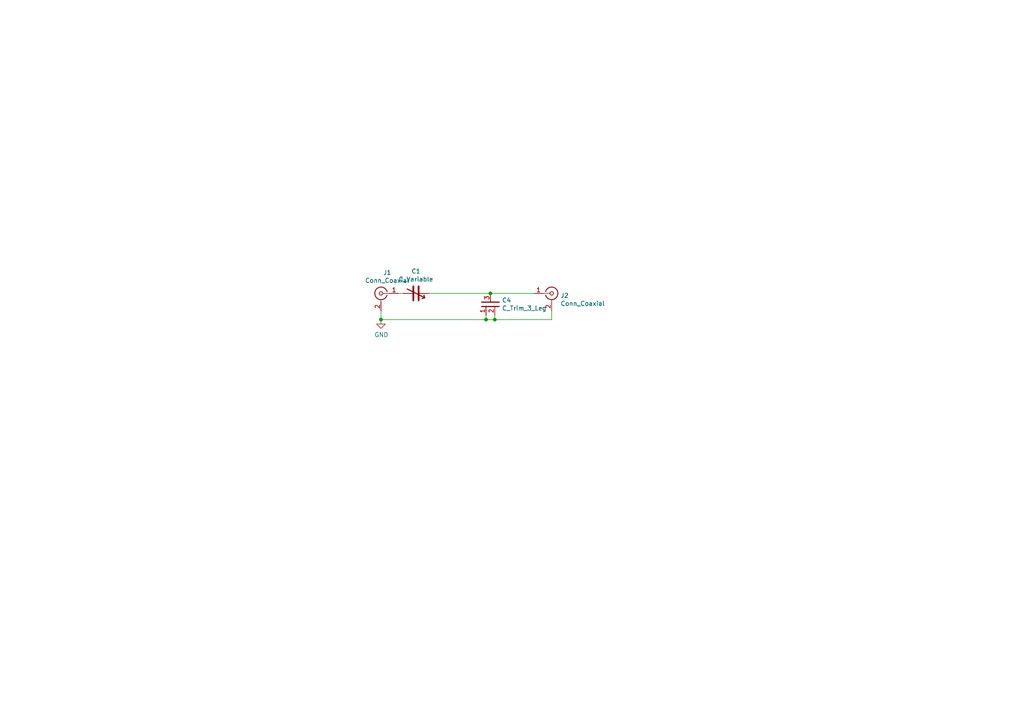
<source format=kicad_sch>
(kicad_sch (version 20230121) (generator eeschema)

  (uuid 5c354d15-fd3f-4fff-b419-1b11c8500b47)

  (paper "A4")

  (lib_symbols
    (symbol "Connector:Conn_Coaxial" (pin_names (offset 1.016) hide) (in_bom yes) (on_board yes)
      (property "Reference" "J" (at 0.254 3.048 0)
        (effects (font (size 1.27 1.27)))
      )
      (property "Value" "Conn_Coaxial" (at 2.921 0 90)
        (effects (font (size 1.27 1.27)))
      )
      (property "Footprint" "" (at 0 0 0)
        (effects (font (size 1.27 1.27)) hide)
      )
      (property "Datasheet" " ~" (at 0 0 0)
        (effects (font (size 1.27 1.27)) hide)
      )
      (property "ki_keywords" "BNC SMA SMB SMC LEMO coaxial connector CINCH RCA" (at 0 0 0)
        (effects (font (size 1.27 1.27)) hide)
      )
      (property "ki_description" "coaxial connector (BNC, SMA, SMB, SMC, Cinch/RCA, LEMO, ...)" (at 0 0 0)
        (effects (font (size 1.27 1.27)) hide)
      )
      (property "ki_fp_filters" "*BNC* *SMA* *SMB* *SMC* *Cinch* *LEMO*" (at 0 0 0)
        (effects (font (size 1.27 1.27)) hide)
      )
      (symbol "Conn_Coaxial_0_1"
        (arc (start -1.778 -0.508) (mid 0.2311 -1.8066) (end 1.778 0)
          (stroke (width 0.254) (type default))
          (fill (type none))
        )
        (polyline
          (pts
            (xy -2.54 0)
            (xy -0.508 0)
          )
          (stroke (width 0) (type default))
          (fill (type none))
        )
        (polyline
          (pts
            (xy 0 -2.54)
            (xy 0 -1.778)
          )
          (stroke (width 0) (type default))
          (fill (type none))
        )
        (circle (center 0 0) (radius 0.508)
          (stroke (width 0.2032) (type default))
          (fill (type none))
        )
        (arc (start 1.778 0) (mid 0.2099 1.8101) (end -1.778 0.508)
          (stroke (width 0.254) (type default))
          (fill (type none))
        )
      )
      (symbol "Conn_Coaxial_1_1"
        (pin passive line (at -5.08 0 0) (length 2.54)
          (name "In" (effects (font (size 1.27 1.27))))
          (number "1" (effects (font (size 1.27 1.27))))
        )
        (pin passive line (at 0 -5.08 90) (length 2.54)
          (name "Ext" (effects (font (size 1.27 1.27))))
          (number "2" (effects (font (size 1.27 1.27))))
        )
      )
    )
    (symbol "Device:C_Variable" (pin_numbers hide) (pin_names (offset 0.254) hide) (in_bom yes) (on_board yes)
      (property "Reference" "C" (at 0.635 -1.905 0)
        (effects (font (size 1.27 1.27)) (justify left))
      )
      (property "Value" "C_Variable" (at 0.635 -3.81 0)
        (effects (font (size 1.27 1.27)) (justify left))
      )
      (property "Footprint" "" (at 0 0 0)
        (effects (font (size 1.27 1.27)) hide)
      )
      (property "Datasheet" "~" (at 0 0 0)
        (effects (font (size 1.27 1.27)) hide)
      )
      (property "ki_keywords" "trimmer capacitor" (at 0 0 0)
        (effects (font (size 1.27 1.27)) hide)
      )
      (property "ki_description" "Variable capacitor" (at 0 0 0)
        (effects (font (size 1.27 1.27)) hide)
      )
      (symbol "C_Variable_0_1"
        (polyline
          (pts
            (xy -2.032 -0.762)
            (xy 2.032 -0.762)
          )
          (stroke (width 0.508) (type default))
          (fill (type none))
        )
        (polyline
          (pts
            (xy -2.032 0.762)
            (xy 2.032 0.762)
          )
          (stroke (width 0.508) (type default))
          (fill (type none))
        )
        (polyline
          (pts
            (xy 1.27 2.54)
            (xy -1.27 -2.54)
          )
          (stroke (width 0.3048) (type default))
          (fill (type none))
        )
        (polyline
          (pts
            (xy 1.27 2.54)
            (xy 0.508 2.286)
          )
          (stroke (width 0.3048) (type default))
          (fill (type none))
        )
        (polyline
          (pts
            (xy 1.27 2.54)
            (xy 1.524 1.778)
          )
          (stroke (width 0.3048) (type default))
          (fill (type none))
        )
      )
      (symbol "C_Variable_1_1"
        (pin passive line (at 0 3.81 270) (length 3.048)
          (name "~" (effects (font (size 1.27 1.27))))
          (number "1" (effects (font (size 1.27 1.27))))
        )
        (pin passive line (at 0 -3.81 90) (length 3.048)
          (name "~" (effects (font (size 1.27 1.27))))
          (number "2" (effects (font (size 1.27 1.27))))
        )
      )
    )
    (symbol "c_trim_3_leg:C_Trim_3_Leg" (pin_names (offset 1.016)) (in_bom yes) (on_board yes)
      (property "Reference" "C" (at 1.27 2.54 0)
        (effects (font (size 1.27 1.27)))
      )
      (property "Value" "C_Trim_3_Leg" (at 8.89 -1.27 0)
        (effects (font (size 1.27 1.27)))
      )
      (property "Footprint" "" (at 1.27 2.54 0)
        (effects (font (size 1.27 1.27)) hide)
      )
      (property "Datasheet" "" (at 1.27 2.54 0)
        (effects (font (size 1.27 1.27)) hide)
      )
      (symbol "C_Trim_3_Leg_0_1"
        (polyline
          (pts
            (xy -2.54 0)
            (xy 2.54 0)
          )
          (stroke (width 0.3302) (type solid))
          (fill (type none))
        )
        (polyline
          (pts
            (xy -2.54 1.27)
            (xy 2.54 1.27)
          )
          (stroke (width 0.3302) (type solid))
          (fill (type none))
        )
      )
      (symbol "C_Trim_3_Leg_1_1"
        (pin passive line (at -1.27 -2.54 90) (length 2.54)
          (name "~" (effects (font (size 1.27 1.27))))
          (number "1" (effects (font (size 1.27 1.27))))
        )
        (pin passive line (at 1.27 -2.54 90) (length 2.54)
          (name "~" (effects (font (size 1.27 1.27))))
          (number "2" (effects (font (size 1.27 1.27))))
        )
        (pin passive line (at 0 3.81 270) (length 2.54)
          (name "~" (effects (font (size 1.27 1.27))))
          (number "3" (effects (font (size 1.27 1.27))))
        )
      )
    )
    (symbol "power:GND" (power) (pin_names (offset 0)) (in_bom yes) (on_board yes)
      (property "Reference" "#PWR" (at 0 -6.35 0)
        (effects (font (size 1.27 1.27)) hide)
      )
      (property "Value" "GND" (at 0 -3.81 0)
        (effects (font (size 1.27 1.27)))
      )
      (property "Footprint" "" (at 0 0 0)
        (effects (font (size 1.27 1.27)) hide)
      )
      (property "Datasheet" "" (at 0 0 0)
        (effects (font (size 1.27 1.27)) hide)
      )
      (property "ki_keywords" "global power" (at 0 0 0)
        (effects (font (size 1.27 1.27)) hide)
      )
      (property "ki_description" "Power symbol creates a global label with name \"GND\" , ground" (at 0 0 0)
        (effects (font (size 1.27 1.27)) hide)
      )
      (symbol "GND_0_1"
        (polyline
          (pts
            (xy 0 0)
            (xy 0 -1.27)
            (xy 1.27 -1.27)
            (xy 0 -2.54)
            (xy -1.27 -1.27)
            (xy 0 -1.27)
          )
          (stroke (width 0) (type default))
          (fill (type none))
        )
      )
      (symbol "GND_1_1"
        (pin power_in line (at 0 0 270) (length 0) hide
          (name "GND" (effects (font (size 1.27 1.27))))
          (number "1" (effects (font (size 1.27 1.27))))
        )
      )
    )
  )

  (junction (at 140.97 92.71) (diameter 0) (color 0 0 0 0)
    (uuid 72960f8a-966b-42e4-b562-2d7d7e7753d5)
  )
  (junction (at 143.51 92.71) (diameter 0) (color 0 0 0 0)
    (uuid 7cf28238-6e28-41a4-aca3-26605457b021)
  )
  (junction (at 110.49 92.71) (diameter 0) (color 0 0 0 0)
    (uuid d3991c43-294b-4e63-bd2d-b48c21d20405)
  )
  (junction (at 142.24 85.09) (diameter 0) (color 0 0 0 0)
    (uuid e75a0bfe-e787-4e08-bbac-f87acfade49c)
  )

  (wire (pts (xy 160.02 92.71) (xy 160.02 90.17))
    (stroke (width 0) (type default))
    (uuid 32f012a4-54ec-4704-8da9-000d1564bbf7)
  )
  (wire (pts (xy 115.57 85.09) (xy 116.84 85.09))
    (stroke (width 0) (type default))
    (uuid 42c721ca-00f8-437a-a89f-a37876924a5c)
  )
  (wire (pts (xy 110.49 92.71) (xy 110.49 90.17))
    (stroke (width 0) (type default))
    (uuid 4344625e-4e82-4c04-96b8-50a28070e575)
  )
  (wire (pts (xy 110.49 92.71) (xy 140.97 92.71))
    (stroke (width 0) (type default))
    (uuid 44ec1345-987f-4a24-ad05-fb5f0b2665f7)
  )
  (wire (pts (xy 140.97 92.71) (xy 143.51 92.71))
    (stroke (width 0) (type default))
    (uuid 4c7b65f5-baf7-4efb-b3af-db62c3cfa698)
  )
  (wire (pts (xy 143.51 92.71) (xy 160.02 92.71))
    (stroke (width 0) (type default))
    (uuid 75890191-78bc-48f4-8b84-85a958116363)
  )
  (wire (pts (xy 142.24 85.09) (xy 154.94 85.09))
    (stroke (width 0) (type default))
    (uuid 8654b43e-33a9-4db7-944d-1b98a6890f3e)
  )
  (wire (pts (xy 140.97 91.44) (xy 140.97 92.71))
    (stroke (width 0) (type default))
    (uuid 8a603e13-9f33-4d81-b793-2eaa930f25d3)
  )
  (wire (pts (xy 124.46 85.09) (xy 142.24 85.09))
    (stroke (width 0) (type default))
    (uuid b1bd03fe-6910-4950-a9a0-bcc620eedebc)
  )
  (wire (pts (xy 143.51 91.44) (xy 143.51 92.71))
    (stroke (width 0) (type default))
    (uuid c636d600-bc0b-43fa-aae4-ebd7f3c51085)
  )

  (symbol (lib_id "Device:C_Variable") (at 120.65 85.09 270) (unit 1)
    (in_bom yes) (on_board yes) (dnp no)
    (uuid 00000000-0000-0000-0000-000060bab1fc)
    (property "Reference" "C1" (at 120.65 78.6892 90)
      (effects (font (size 1.27 1.27)))
    )
    (property "Value" "C_Variable" (at 120.65 81.0006 90)
      (effects (font (size 1.27 1.27)))
    )
    (property "Footprint" "Capacitor_THT:C_Rect_L7.0mm_W6.0mm_P5.00mm" (at 120.65 85.09 0)
      (effects (font (size 1.27 1.27)) hide)
    )
    (property "Datasheet" "~" (at 120.65 85.09 0)
      (effects (font (size 1.27 1.27)) hide)
    )
    (pin "1" (uuid e72341a6-7a19-4843-8173-81ed06e68cd0))
    (pin "2" (uuid 00cae175-6d34-49a7-9fe2-88c2c7b1671a))
    (instances
      (project "Probe_Matching_Board_V2"
        (path "/5c354d15-fd3f-4fff-b419-1b11c8500b47"
          (reference "C1") (unit 1)
        )
      )
    )
  )

  (symbol (lib_id "power:GND") (at 110.49 92.71 0) (unit 1)
    (in_bom yes) (on_board yes) (dnp no)
    (uuid 00000000-0000-0000-0000-000060baeb8d)
    (property "Reference" "#PWR0101" (at 110.49 99.06 0)
      (effects (font (size 1.27 1.27)) hide)
    )
    (property "Value" "GND" (at 110.617 97.1042 0)
      (effects (font (size 1.27 1.27)))
    )
    (property "Footprint" "" (at 110.49 92.71 0)
      (effects (font (size 1.27 1.27)) hide)
    )
    (property "Datasheet" "" (at 110.49 92.71 0)
      (effects (font (size 1.27 1.27)) hide)
    )
    (pin "1" (uuid d7170d24-3a18-4409-be66-b55ac396c5e8))
    (instances
      (project "Probe_Matching_Board_V2"
        (path "/5c354d15-fd3f-4fff-b419-1b11c8500b47"
          (reference "#PWR0101") (unit 1)
        )
      )
    )
  )

  (symbol (lib_id "Connector:Conn_Coaxial") (at 110.49 85.09 0) (mirror y) (unit 1)
    (in_bom yes) (on_board yes) (dnp no)
    (uuid 00000000-0000-0000-0000-000060baf990)
    (property "Reference" "J1" (at 112.3188 79.0448 0)
      (effects (font (size 1.27 1.27)))
    )
    (property "Value" "Conn_Coaxial" (at 112.3188 81.3562 0)
      (effects (font (size 1.27 1.27)))
    )
    (property "Footprint" "Connector_Coaxial:SMA_Amphenol_132203-12_Horizontal" (at 110.49 85.09 0)
      (effects (font (size 1.27 1.27)) hide)
    )
    (property "Datasheet" " ~" (at 110.49 85.09 0)
      (effects (font (size 1.27 1.27)) hide)
    )
    (pin "1" (uuid 5dc2fdb3-4a5d-4a87-a9de-08e09575b5e1))
    (pin "2" (uuid fe6ae64b-fbf8-416f-b194-a3ac190132c6))
    (instances
      (project "Probe_Matching_Board_V2"
        (path "/5c354d15-fd3f-4fff-b419-1b11c8500b47"
          (reference "J1") (unit 1)
        )
      )
    )
  )

  (symbol (lib_id "Connector:Conn_Coaxial") (at 160.02 85.09 0) (unit 1)
    (in_bom yes) (on_board yes) (dnp no)
    (uuid 00000000-0000-0000-0000-000060bb1bec)
    (property "Reference" "J2" (at 162.56 85.725 0)
      (effects (font (size 1.27 1.27)) (justify left))
    )
    (property "Value" "Conn_Coaxial" (at 162.56 88.0364 0)
      (effects (font (size 1.27 1.27)) (justify left))
    )
    (property "Footprint" "Connector_Coaxial:SMA_Amphenol_132203-12_Horizontal" (at 160.02 85.09 0)
      (effects (font (size 1.27 1.27)) hide)
    )
    (property "Datasheet" " ~" (at 160.02 85.09 0)
      (effects (font (size 1.27 1.27)) hide)
    )
    (pin "1" (uuid b24dc579-1b6f-4235-b782-1e10d480cf0d))
    (pin "2" (uuid 7210efc5-9cf7-43b0-8c38-3d73698f30f6))
    (instances
      (project "Probe_Matching_Board_V2"
        (path "/5c354d15-fd3f-4fff-b419-1b11c8500b47"
          (reference "J2") (unit 1)
        )
      )
    )
  )

  (symbol (lib_id "c_trim_3_leg:C_Trim_3_Leg") (at 142.24 88.9 0) (unit 1)
    (in_bom yes) (on_board yes) (dnp no)
    (uuid 00000000-0000-0000-0000-000060bbc77b)
    (property "Reference" "C4" (at 145.5928 87.0966 0)
      (effects (font (size 1.27 1.27)) (justify left))
    )
    (property "Value" "C_Trim_3_Leg" (at 145.5928 89.408 0)
      (effects (font (size 1.27 1.27)) (justify left))
    )
    (property "Footprint" "C_Trim_GZD10100:C_Trim_GZD10100" (at 143.51 86.36 0)
      (effects (font (size 1.27 1.27)) hide)
    )
    (property "Datasheet" "" (at 143.51 86.36 0)
      (effects (font (size 1.27 1.27)) hide)
    )
    (pin "1" (uuid c6fe714d-bd71-459d-b971-7b71c5338166))
    (pin "2" (uuid c5733430-5d78-47f2-bb3e-5f1dffc5d218))
    (pin "3" (uuid 10214afc-5d22-4c24-a520-f9bc4062351b))
    (instances
      (project "Probe_Matching_Board_V2"
        (path "/5c354d15-fd3f-4fff-b419-1b11c8500b47"
          (reference "C4") (unit 1)
        )
      )
    )
  )

  (sheet_instances
    (path "/" (page "1"))
  )
)

</source>
